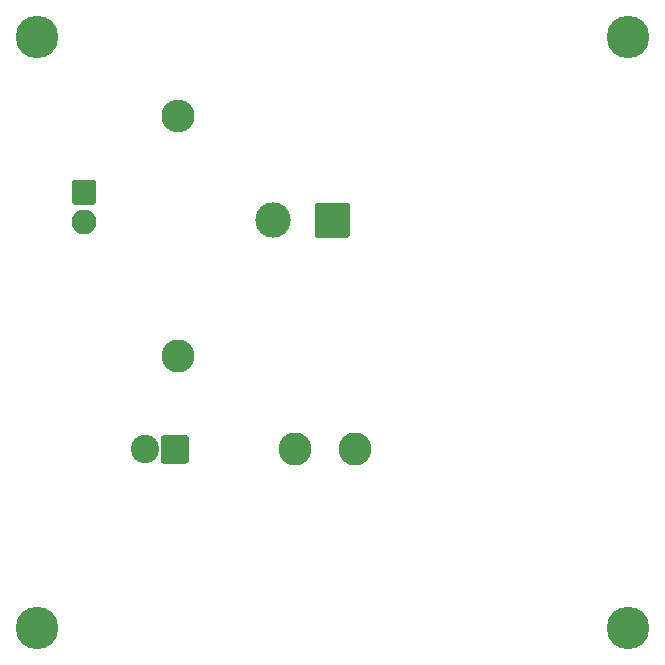
<source format=gbr>
%TF.GenerationSoftware,KiCad,Pcbnew,(5.1.9-0-10_14)*%
%TF.CreationDate,2021-03-08T12:26:29+00:00*%
%TF.ProjectId,SSR-PCB,5353522d-5043-4422-9e6b-696361645f70,rev?*%
%TF.SameCoordinates,Original*%
%TF.FileFunction,Soldermask,Top*%
%TF.FilePolarity,Negative*%
%FSLAX46Y46*%
G04 Gerber Fmt 4.6, Leading zero omitted, Abs format (unit mm)*
G04 Created by KiCad (PCBNEW (5.1.9-0-10_14)) date 2021-03-08 12:26:29*
%MOMM*%
%LPD*%
G01*
G04 APERTURE LIST*
%ADD10C,2.400000*%
%ADD11C,2.800000*%
%ADD12C,3.600000*%
%ADD13O,2.800000X2.800000*%
%ADD14C,3.000000*%
%ADD15O,2.100000X2.100000*%
G04 APERTURE END LIST*
%TO.C,SSR-Ithink1*%
G36*
G01*
X-154540000Y-47835400D02*
X-154540000Y-45934600D01*
G75*
G02*
X-154290400Y-45685000I249600J0D01*
G01*
X-152389600Y-45685000D01*
G75*
G02*
X-152140000Y-45934600I0J-249600D01*
G01*
X-152140000Y-47835400D01*
G75*
G02*
X-152389600Y-48085000I-249600J0D01*
G01*
X-154290400Y-48085000D01*
G75*
G02*
X-154540000Y-47835400I0J249600D01*
G01*
G37*
D10*
X-155880000Y-46885000D03*
D11*
X-143180000Y-46885000D03*
X-138100000Y-46885000D03*
%TD*%
D12*
%TO.C,REF\u002A\u002A*%
X-165000000Y-62000000D03*
%TD*%
%TO.C,REF\u002A\u002A*%
X-115000000Y-62000000D03*
%TD*%
%TO.C,REF\u002A\u002A*%
X-115000000Y-12000000D03*
%TD*%
%TO.C,REF\u002A\u002A*%
X-165000000Y-12000000D03*
%TD*%
D13*
%TO.C,Resistor_SSR1*%
X-153060000Y-18660000D03*
D11*
X-153060000Y-38980000D03*
%TD*%
D14*
%TO.C,J2*%
X-145000000Y-27500000D03*
G36*
G01*
X-138500000Y-26200000D02*
X-138500000Y-28800000D01*
G75*
G02*
X-138700000Y-29000000I-200000J0D01*
G01*
X-141300000Y-29000000D01*
G75*
G02*
X-141500000Y-28800000I0J200000D01*
G01*
X-141500000Y-26200000D01*
G75*
G02*
X-141300000Y-26000000I200000J0D01*
G01*
X-138700000Y-26000000D01*
G75*
G02*
X-138500000Y-26200000I0J-200000D01*
G01*
G37*
%TD*%
D15*
%TO.C,J1*%
X-161030000Y-27660000D03*
G36*
G01*
X-162080000Y-25970000D02*
X-162080000Y-24270000D01*
G75*
G02*
X-161880000Y-24070000I200000J0D01*
G01*
X-160180000Y-24070000D01*
G75*
G02*
X-159980000Y-24270000I0J-200000D01*
G01*
X-159980000Y-25970000D01*
G75*
G02*
X-160180000Y-26170000I-200000J0D01*
G01*
X-161880000Y-26170000D01*
G75*
G02*
X-162080000Y-25970000I0J200000D01*
G01*
G37*
%TD*%
M02*

</source>
